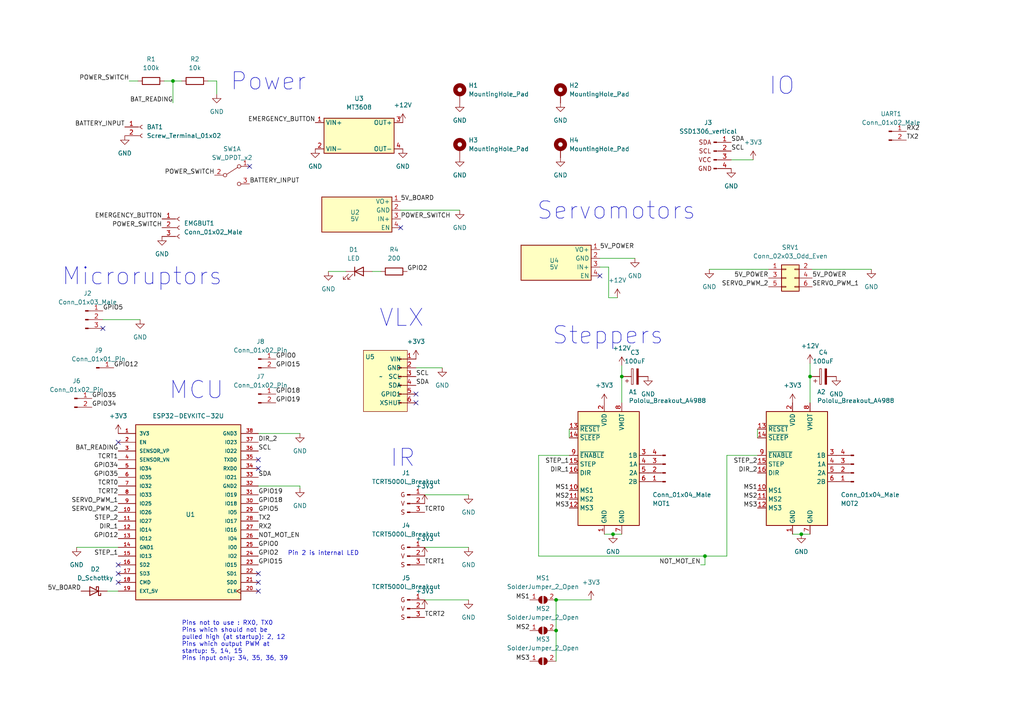
<source format=kicad_sch>
(kicad_sch (version 20230121) (generator eeschema)
  (paper "A4")
  (title_block (comment 1 "First version of stepper PAMI board (2023-10)"))
  (lib_symbols
    (symbol "Connector:Conn_01x01_Pin" (pin_names (offset 1.016) hide)
      (property "Reference" "J" (at 0 2.54 0))
      (property "Value" "Conn_01x01_Pin" (at 0 -2.54 0))
      (symbol "Conn_01x01_Pin_1_1"
        (polyline (pts (xy 1.27 0) (xy 0.8636 0)) (stroke (width 0.1524)))
        (rectangle (start 0.8636 0.127) (end 0 -0.127) (stroke (width 0.1524)) (fill (type outline)))
        (pin passive line (at 5.08 0 180) (length 3.81) (name "Pin_1") (number "1"))
      )
    )
    (symbol "Connector:Conn_01x02_Female" (pin_names (offset 1.016) hide)
      (property "Reference" "J" (at 0 2.54 0))
      (property "Value" "Conn_01x02_Female" (at 0 -5.08 0))
      (symbol "Conn_01x02_Female_1_1"
        (arc (start 0 -2.032) (mid -0.5058 -2.54) (end 0 -3.048) (stroke (width 0.1524)))
        (polyline (pts (xy -1.27 -2.54) (xy -0.508 -2.54)) (stroke (width 0.1524)))
        (polyline (pts (xy -1.27 0) (xy -0.508 0)) (stroke (width 0.1524)))
        (arc (start 0 0.508) (mid -0.5058 0) (end 0 -0.508) (stroke (width 0.1524)))
        (pin passive line (at -5.08 0 0) (length 3.81) (name "Pin_1") (number "1"))
        (pin passive line (at -5.08 -2.54 0) (length 3.81) (name "Pin_2") (number "2"))
      )
    )
    (symbol "Connector:Conn_01x02_Male" (pin_names (offset 1.016) hide)
      (property "Reference" "J" (at 0 2.54 0))
      (property "Value" "Conn_01x02_Male" (at 0 -5.08 0))
      (symbol "Conn_01x02_Male_1_1"
        (polyline (pts (xy 1.27 -2.54) (xy 0.8636 -2.54)) (stroke (width 0.1524)))
        (polyline (pts (xy 1.27 0) (xy 0.8636 0)) (stroke (width 0.1524)))
        (rectangle (start 0.8636 -2.413) (end 0 -2.667) (stroke (width 0.1524)) (fill (type outline)))
        (rectangle (start 0.8636 0.127) (end 0 -0.127) (stroke (width 0.1524)) (fill (type outline)))
        (pin passive line (at 5.08 0 180) (length 3.81) (name "Pin_1") (number "1"))
        (pin passive line (at 5.08 -2.54 180) (length 3.81) (name "Pin_2") (number "2"))
      )
    )
    (symbol "Connector:Conn_01x02_Pin" (pin_names (offset 1.016) hide)
      (property "Reference" "J" (at 0 2.54 0))
      (property "Value" "Conn_01x02_Pin" (at 0 -5.08 0))
      (symbol "Conn_01x02_Pin_1_1"
        (polyline (pts (xy 1.27 -2.54) (xy 0.8636 -2.54)) (stroke (width 0.1524)))
        (polyline (pts (xy 1.27 0) (xy 0.8636 0)) (stroke (width 0.1524)))
        (rectangle (start 0.8636 -2.413) (end 0 -2.667) (stroke (width 0.1524)) (fill (type outline)))
        (rectangle (start 0.8636 0.127) (end 0 -0.127) (stroke (width 0.1524)) (fill (type outline)))
        (pin passive line (at 5.08 0 180) (length 3.81) (name "Pin_1") (number "1"))
        (pin passive line (at 5.08 -2.54 180) (length 3.81) (name "Pin_2") (number "2"))
      )
    )
    (symbol "Connector:Conn_01x03_Female" (pin_names (offset 1.016) hide)
      (property "Reference" "J" (at 0 5.08 0))
      (property "Value" "Conn_01x03_Female" (at 0 -5.08 0))
      (symbol "Conn_01x03_Female_1_1"
        (arc (start 0 -2.032) (mid -0.5058 -2.54) (end 0 -3.048) (stroke (width 0.1524)))
        (polyline (pts (xy -1.27 -2.54) (xy -0.508 -2.54)) (stroke (width 0.1524)))
        (polyline (pts (xy -1.27 0) (xy -0.508 0)) (stroke (width 0.1524)))
        (polyline (pts (xy -1.27 2.54) (xy -0.508 2.54)) (stroke (width 0.1524)))
        (arc (start 0 0.508) (mid -0.5058 0) (end 0 -0.508) (stroke (width 0.1524)))
        (arc (start 0 3.048) (mid -0.5058 2.54) (end 0 2.032) (stroke (width 0.1524)))
        (pin passive line (at -5.08 2.54 0) (length 3.81) (name "Pin_1") (number "1"))
        (pin passive line (at -5.08 0 0) (length 3.81) (name "Pin_2") (number "2"))
        (pin passive line (at -5.08 -2.54 0) (length 3.81) (name "Pin_3") (number "3"))
      )
    )
    (symbol "Connector:Conn_01x03_Male" (pin_names (offset 1.016) hide)
      (property "Reference" "J" (at 0 5.08 0))
      (property "Value" "Conn_01x03_Male" (at 0 -5.08 0))
      (symbol "Conn_01x03_Male_1_1"
        (polyline (pts (xy 1.27 -2.54) (xy 0.8636 -2.54)) (stroke (width 0.1524)))
        (polyline (pts (xy 1.27 0) (xy 0.8636 0)) (stroke (width 0.1524)))
        (polyline (pts (xy 1.27 2.54) (xy 0.8636 2.54)) (stroke (width 0.1524)))
        (rectangle (start 0.8636 -2.413) (end 0 -2.667) (stroke (width 0.1524)) (fill (type outline)))
        (rectangle (start 0.8636 0.127) (end 0 -0.127) (stroke (width 0.1524)) (fill (type outline)))
        (rectangle (start 0.8636 2.667) (end 0 2.413) (stroke (width 0.1524)) (fill (type outline)))
        (pin passive line (at 5.08 2.54 180) (length 3.81) (name "Pin_1") (number "1"))
        (pin passive line (at 5.08 0 180) (length 3.81) (name "Pin_2") (number "2"))
        (pin passive line (at 5.08 -2.54 180) (length 3.81) (name "Pin_3") (number "3"))
      )
    )
    (symbol "Connector:Conn_01x04_Male" (pin_names (offset 1.016) hide)
      (property "Reference" "J" (at 0 5.08 0))
      (property "Value" "Conn_01x04_Male" (at 0 -7.62 0))
      (symbol "Conn_01x04_Male_1_1"
        (polyline (pts (xy 1.27 -5.08) (xy 0.8636 -5.08)) (stroke (width 0.1524)))
        (polyline (pts (xy 1.27 -2.54) (xy 0.8636 -2.54)) (stroke (width 0.1524)))
        (polyline (pts (xy 1.27 0) (xy 0.8636 0)) (stroke (width 0.1524)))
        (polyline (pts (xy 1.27 2.54) (xy 0.8636 2.54)) (stroke (width 0.1524)))
        (rectangle (start 0.8636 -4.953) (end 0 -5.207) (stroke (width 0.1524)) (fill (type outline)))
        (rectangle (start 0.8636 -2.413) (end 0 -2.667) (stroke (width 0.1524)) (fill (type outline)))
        (rectangle (start 0.8636 0.127) (end 0 -0.127) (stroke (width 0.1524)) (fill (type outline)))
        (rectangle (start 0.8636 2.667) (end 0 2.413) (stroke (width 0.1524)) (fill (type outline)))
        (pin passive line (at 5.08 2.54 180) (length 3.81) (name "Pin_1") (number "1"))
        (pin passive line (at 5.08 0 180) (length 3.81) (name "Pin_2") (number "2"))
        (pin passive line (at 5.08 -2.54 180) (length 3.81) (name "Pin_3") (number "3"))
        (pin passive line (at 5.08 -5.08 180) (length 3.81) (name "Pin_4") (number "4"))
      )
    )
    (symbol "Connector_Generic:Conn_02x03_Odd_Even" (pin_names (offset 1.016) hide)
      (property "Reference" "J" (at 1.27 5.08 0))
      (property "Value" "Conn_02x03_Odd_Even" (at 1.27 -5.08 0))
      (symbol "Conn_02x03_Odd_Even_1_1"
        (rectangle (start -1.27 -2.413) (end 0 -2.667) (stroke (width 0.1524)))
        (rectangle (start -1.27 0.127) (end 0 -0.127) (stroke (width 0.1524)))
        (rectangle (start -1.27 2.667) (end 0 2.413) (stroke (width 0.1524)))
        (rectangle (start -1.27 3.81) (end 3.81 -3.81) (stroke (width 0.254)) (fill (type background)))
        (rectangle (start 3.81 -2.413) (end 2.54 -2.667) (stroke (width 0.1524)))
        (rectangle (start 3.81 0.127) (end 2.54 -0.127) (stroke (width 0.1524)))
        (rectangle (start 3.81 2.667) (end 2.54 2.413) (stroke (width 0.1524)))
        (pin passive line (at -5.08 2.54 0) (length 3.81) (name "Pin_1") (number "1"))
        (pin passive line (at 7.62 2.54 180) (length 3.81) (name "Pin_2") (number "2"))
        (pin passive line (at -5.08 0 0) (length 3.81) (name "Pin_3") (number "3"))
        (pin passive line (at 7.62 0 180) (length 3.81) (name "Pin_4") (number "4"))
        (pin passive line (at -5.08 -2.54 0) (length 3.81) (name "Pin_5") (number "5"))
        (pin passive line (at 7.62 -2.54 180) (length 3.81) (name "Pin_6") (number "6"))
      )
    )
    (symbol "Device:C_Polarized" (pin_numbers hide) (pin_names (offset 0.254))
      (property "Reference" "C" (at 0.635 2.54 0))
      (property "Value" "C_Polarized" (at 0.635 -2.54 0))
      (symbol "C_Polarized_0_1"
        (rectangle (start -2.286 0.508) (end 2.286 1.016))
        (polyline (pts (xy -1.778 2.286) (xy -0.762 2.286)))
        (polyline (pts (xy -1.27 2.794) (xy -1.27 1.778)))
        (rectangle (start 2.286 -0.508) (end -2.286 -1.016) (fill (type outline)))
      )
      (symbol "C_Polarized_1_1"
        (pin passive line (at 0 3.81 270) (length 2.794) (name "~") (number "1"))
        (pin passive line (at 0 -3.81 90) (length 2.794) (name "~") (number "2"))
      )
    )
    (symbol "Device:D_Schottky" (pin_numbers hide) (pin_names (offset 1.016) hide)
      (property "Reference" "D" (at 0 2.54 0))
      (property "Value" "D_Schottky" (at 0 -2.54 0))
      (symbol "D_Schottky_0_1"
        (polyline (pts (xy 1.27 0) (xy -1.27 0)))
        (polyline (pts (xy 1.27 1.27) (xy 1.27 -1.27) (xy -1.27 0) (xy 1.27 1.27)) (stroke (width 0.254)))
        (polyline (pts (xy -1.905 0.635) (xy -1.905 1.27) (xy -1.27 1.27) (xy -1.27 -1.27) (xy -0.635 -1.27) (xy -0.635 -0.635)) (stroke (width 0.254)))
      )
      (symbol "D_Schottky_1_1"
        (pin passive line (at -3.81 0 0) (length 2.54) (name "K") (number "1"))
        (pin passive line (at 3.81 0 180) (length 2.54) (name "A") (number "2"))
      )
    )
    (symbol "Device:LED" (pin_numbers hide) (pin_names (offset 1.016) hide)
      (property "Reference" "D" (at 0 2.54 0))
      (property "Value" "LED" (at 0 -2.54 0))
      (symbol "LED_0_1"
        (polyline (pts (xy -1.27 -1.27) (xy -1.27 1.27)) (stroke (width 0.254)))
        (polyline (pts (xy -1.27 0) (xy 1.27 0)))
        (polyline (pts (xy 1.27 -1.27) (xy 1.27 1.27) (xy -1.27 0) (xy 1.27 -1.27)) (stroke (width 0.254)))
        (polyline (pts (xy -3.048 -0.762) (xy -4.572 -2.286) (xy -3.81 -2.286) (xy -4.572 -2.286) (xy -4.572 -1.524)))
        (polyline (pts (xy -1.778 -0.762) (xy -3.302 -2.286) (xy -2.54 -2.286) (xy -3.302 -2.286) (xy -3.302 -1.524)))
      )
      (symbol "LED_1_1"
        (pin passive line (at -3.81 0 0) (length 2.54) (name "K") (number "1"))
        (pin passive line (at 3.81 0 180) (length 2.54) (name "A") (number "2"))
      )
    )
    (symbol "Device:R" (pin_numbers hide) (pin_names (offset 0))
      (property "Reference" "R" (at 2.032 0 90))
      (property "Value" "R" (at 0 0 90))
      (symbol "R_0_1"
        (rectangle (start -1.016 -2.54) (end 1.016 2.54) (stroke (width 0.254)))
      )
      (symbol "R_1_1"
        (pin passive line (at 0 3.81 270) (length 1.27) (name "~") (number "1"))
        (pin passive line (at 0 -3.81 90) (length 1.27) (name "~") (number "2"))
      )
    )
    (symbol "Driver_Motor:Pololu_Breakout_A4988"
      (property "Reference" "A" (at -2.54 19.05 0))
      (property "Value" "Pololu_Breakout_A4988" (at -2.54 16.51 0))
      (symbol "Pololu_Breakout_A4988_0_1"
        (rectangle (start 10.16 -17.78) (end -7.62 15.24) (stroke (width 0.254)) (fill (type background)))
      )
      (symbol "Pololu_Breakout_A4988_1_1"
        (pin power_in line (at 0 -20.32 90) (length 2.54) (name "GND") (number "1"))
        (pin input line (at -10.16 -7.62 0) (length 2.54) (name "MS1") (number "10"))
        (pin input line (at -10.16 -10.16 0) (length 2.54) (name "MS2") (number "11"))
        (pin input line (at -10.16 -12.7 0) (length 2.54) (name "MS3") (number "12"))
        (pin input line (at -10.16 10.16 0) (length 2.54) (name "~{RESET}") (number "13"))
        (pin input line (at -10.16 7.62 0) (length 2.54) (name "~{SLEEP}") (number "14"))
        (pin input line (at -10.16 0 0) (length 2.54) (name "STEP") (number "15"))
        (pin input line (at -10.16 -2.54 0) (length 2.54) (name "DIR") (number "16"))
        (pin power_in line (at 0 17.78 270) (length 2.54) (name "VDD") (number "2"))
        (pin output line (at 12.7 2.54 180) (length 2.54) (name "1B") (number "3"))
        (pin output line (at 12.7 0 180) (length 2.54) (name "1A") (number "4"))
        (pin output line (at 12.7 -2.54 180) (length 2.54) (name "2A") (number "5"))
        (pin output line (at 12.7 -5.08 180) (length 2.54) (name "2B") (number "6"))
        (pin power_in line (at 5.08 -20.32 90) (length 2.54) (name "GND") (number "7"))
        (pin power_in line (at 5.08 17.78 270) (length 2.54) (name "VMOT") (number "8"))
        (pin input line (at -10.16 2.54 0) (length 2.54) (name "~{ENABLE}") (number "9"))
      )
    )
    (symbol "ESP32-DEVKITC-32U:ESP32-DEVKITC-32U" (pin_names (offset 1.016))
      (property "Reference" "U" (at -15.2572 26.0643 0))
      (property "Value" "ESP32-DEVKITC-32U" (at -15.2563 -27.9698 0))
      (symbol "ESP32-DEVKITC-32U_0_0"
        (rectangle (start -15.24 -25.4) (end 15.24 25.4) (stroke (width 0.254)) (fill (type background)))
        (pin power_in line (at -20.32 22.86 0) (length 5.08) (name "3V3") (number "1"))
        (pin bidirectional line (at -20.32 0 0) (length 5.08) (name "IO26") (number "10"))
        (pin bidirectional line (at -20.32 -2.54 0) (length 5.08) (name "IO27") (number "11"))
        (pin bidirectional line (at -20.32 -5.08 0) (length 5.08) (name "IO14") (number "12"))
        (pin bidirectional line (at -20.32 -7.62 0) (length 5.08) (name "IO12") (number "13"))
        (pin power_in line (at -20.32 -10.16 0) (length 5.08) (name "GND1") (number "14"))
        (pin bidirectional line (at -20.32 -12.7 0) (length 5.08) (name "IO13") (number "15"))
        (pin bidirectional line (at -20.32 -15.24 0) (length 5.08) (name "SD2") (number "16"))
        (pin bidirectional line (at -20.32 -17.78 0) (length 5.08) (name "SD3") (number "17"))
        (pin bidirectional line (at -20.32 -20.32 0) (length 5.08) (name "CMD") (number "18"))
        (pin power_in line (at -20.32 -22.86 0) (length 5.08) (name "EXT_5V") (number "19"))
        (pin input line (at -20.32 20.32 0) (length 5.08) (name "EN") (number "2"))
        (pin input clock (at 20.32 -22.86 180) (length 5.08) (name "CLK") (number "20"))
        (pin bidirectional line (at 20.32 -20.32 180) (length 5.08) (name "SD0") (number "21"))
        (pin bidirectional line (at 20.32 -17.78 180) (length 5.08) (name "SD1") (number "22"))
        (pin bidirectional line (at 20.32 -15.24 180) (length 5.08) (name "IO15") (number "23"))
        (pin bidirectional line (at 20.32 -12.7 180) (length 5.08) (name "IO2") (number "24"))
        (pin bidirectional line (at 20.32 -10.16 180) (length 5.08) (name "IO0") (number "25"))
        (pin bidirectional line (at 20.32 -7.62 180) (length 5.08) (name "IO4") (number "26"))
        (pin bidirectional line (at 20.32 -5.08 180) (length 5.08) (name "IO16") (number "27"))
        (pin bidirectional line (at 20.32 -2.54 180) (length 5.08) (name "IO17") (number "28"))
        (pin bidirectional line (at 20.32 0 180) (length 5.08) (name "IO5") (number "29"))
        (pin input line (at -20.32 17.78 0) (length 5.08) (name "SENSOR_VP") (number "3"))
        (pin bidirectional line (at 20.32 2.54 180) (length 5.08) (name "IO18") (number "30"))
        (pin bidirectional line (at 20.32 5.08 180) (length 5.08) (name "IO19") (number "31"))
        (pin power_in line (at 20.32 7.62 180) (length 5.08) (name "GND2") (number "32"))
        (pin bidirectional line (at 20.32 10.16 180) (length 5.08) (name "IO21") (number "33"))
        (pin input line (at 20.32 12.7 180) (length 5.08) (name "RXD0") (number "34"))
        (pin output line (at 20.32 15.24 180) (length 5.08) (name "TXD0") (number "35"))
        (pin bidirectional line (at 20.32 17.78 180) (length 5.08) (name "IO22") (number "36"))
        (pin bidirectional line (at 20.32 20.32 180) (length 5.08) (name "IO23") (number "37"))
        (pin power_in line (at 20.32 22.86 180) (length 5.08) (name "GND3") (number "38"))
        (pin input line (at -20.32 15.24 0) (length 5.08) (name "SENSOR_VN") (number "4"))
        (pin bidirectional line (at -20.32 12.7 0) (length 5.08) (name "IO34") (number "5"))
        (pin bidirectional line (at -20.32 10.16 0) (length 5.08) (name "IO35") (number "6"))
        (pin bidirectional line (at -20.32 7.62 0) (length 5.08) (name "IO32") (number "7"))
        (pin bidirectional line (at -20.32 5.08 0) (length 5.08) (name "IO33") (number "8"))
        (pin bidirectional line (at -20.32 2.54 0) (length 5.08) (name "IO25") (number "9"))
      )
    )
    (symbol "Jumper:SolderJumper_2_Open" (pin_names (offset 0) hide)
      (property "Reference" "JP" (at 0 2.032 0))
      (property "Value" "SolderJumper_2_Open" (at 0 -2.54 0))
      (symbol "SolderJumper_2_Open_0_1"
        (arc (start -0.254 1.016) (mid -1.2656 0) (end -0.254 -1.016))
        (arc (start -0.254 1.016) (mid -1.2656 0) (end -0.254 -1.016) (fill (type outline)))
        (polyline (pts (xy -0.254 1.016) (xy -0.254 -1.016)))
        (polyline (pts (xy 0.254 1.016) (xy 0.254 -1.016)))
        (arc (start 0.254 -1.016) (mid 1.2656 0) (end 0.254 1.016))
        (arc (start 0.254 -1.016) (mid 1.2656 0) (end 0.254 1.016) (fill (type outline)))
      )
      (symbol "SolderJumper_2_Open_1_1"
        (pin passive line (at -3.81 0 0) (length 2.54) (name "A") (number "1"))
        (pin passive line (at 3.81 0 180) (length 2.54) (name "B") (number "2"))
      )
    )
    (symbol "Mechanical:MountingHole_Pad" (pin_numbers hide) (pin_names (offset 1.016) hide)
      (property "Reference" "H" (at 0 6.35 0))
      (property "Value" "MountingHole_Pad" (at 0 4.445 0))
      (symbol "MountingHole_Pad_0_1"
        (circle (center 0 1.27) (radius 1.27) (stroke (width 1.27)))
      )
      (symbol "MountingHole_Pad_1_1"
        (pin input line (at 0 -2.54 90) (length 2.54) (name "1") (number "1"))
      )
    )
    (symbol "MiAM_ESP32:MT3608"
      (property "Reference" "U" (at 0 0 0))
      (property "Value" "MT3608" (at 0 0 0))
      (symbol "MT3608_0_1"
        (rectangle (start -10.16 5.08) (end 10.16 -5.08) (stroke (width 0.254)) (fill (type background)))
      )
      (symbol "MT3608_1_1"
        (pin power_in line (at -12.7 3.81 0) (length 2.54) (name "VIN+") (number "1"))
        (pin passive line (at -12.7 -3.81 0) (length 2.54) (name "VIN-") (number "2"))
        (pin power_out line (at 12.7 3.81 180) (length 2.54) (name "OUT+") (number "3"))
        (pin passive line (at 12.7 -3.81 180) (length 2.54) (name "OUT-") (number "4"))
      )
    )
    (symbol "MiAM_ESP32:SSD1306_vertical" (pin_names (offset 1.016) hide)
      (property "Reference" "J" (at 0 5.08 0))
      (property "Value" "SSD1306_vertical" (at 0 -7.62 0))
      (symbol "SSD1306_vertical_1_1"
        (polyline (pts (xy 1.27 -5.08) (xy 0.8636 -5.08)) (stroke (width 0.1524)))
        (polyline (pts (xy 1.27 -2.54) (xy 0.8636 -2.54)) (stroke (width 0.1524)))
        (polyline (pts (xy 1.27 0) (xy 0.8636 0)) (stroke (width 0.1524)))
        (polyline (pts (xy 1.27 2.54) (xy 0.8636 2.54)) (stroke (width 0.1524)))
        (rectangle (start 0.8636 -4.953) (end 0 -5.207) (stroke (width 0.1524)) (fill (type outline)))
        (rectangle (start 0.8636 -2.413) (end 0 -2.667) (stroke (width 0.1524)) (fill (type outline)))
        (rectangle (start 0.8636 0.127) (end 0 -0.127) (stroke (width 0.1524)) (fill (type outline)))
        (rectangle (start 0.8636 2.667) (end 0 2.413) (stroke (width 0.1524)) (fill (type outline)))
        (text "GND" (at -2.54 -5.08 0) (effects (font (size 1.27 1.27))))
        (text "SCL" (at -2.54 0 0) (effects (font (size 1.27 1.27))))
        (text "SDA" (at -2.54 2.54 0) (effects (font (size 1.27 1.27))))
        (text "VCC" (at -2.54 -2.54 0) (effects (font (size 1.27 1.27))))
        (pin passive line (at 5.08 2.54 180) (length 3.81) (name "SDA") (number "1"))
        (pin passive line (at 5.08 0 180) (length 3.81) (name "SCL") (number "2"))
        (pin passive line (at 5.08 -2.54 180) (length 3.81) (name "VCC") (number "3"))
        (pin passive line (at 5.08 -5.08 180) (length 3.81) (name "GND") (number "4"))
      )
    )
    (symbol "MiAM_ESP32:TCRT5000L_Breakout" (pin_names (offset 1.016) hide)
      (property "Reference" "J" (at 0 5.08 0))
      (property "Value" "TCRT5000L_Breakout" (at 0 -5.08 0))
      (symbol "TCRT5000L_Breakout_1_1"
        (polyline (pts (xy 1.27 -2.54) (xy 0.8636 -2.54)) (stroke (width 0.1524)))
        (polyline (pts (xy 1.27 0) (xy 0.8636 0)) (stroke (width 0.1524)))
        (polyline (pts (xy 1.27 2.54) (xy 0.8636 2.54)) (stroke (width 0.1524)))
        (rectangle (start 0.8636 -2.413) (end 0 -2.667) (stroke (width 0.1524)) (fill (type outline)))
        (rectangle (start 0.8636 0.127) (end 0 -0.127) (stroke (width 0.1524)) (fill (type outline)))
        (rectangle (start 0.8636 2.667) (end 0 2.413) (stroke (width 0.1524)) (fill (type outline)))
        (text "G" (at -1.27 2.54 0) (effects (font (size 1.27 1.27))))
        (text "S" (at -1.27 -2.54 0) (effects (font (size 1.27 1.27))))
        (text "V" (at -1.27 0 0) (effects (font (size 1.27 1.27))))
        (pin passive line (at 5.08 2.54 180) (length 3.81) (name "G") (number "1"))
        (pin passive line (at 5.08 0 180) (length 3.81) (name "V") (number "2"))
        (pin passive line (at 5.08 -2.54 180) (length 3.81) (name "S") (number "3"))
      )
    )
    (symbol "MiAM_ESP32:VL53L01XV2"
      (property "Reference" "U" (at 0 0 0))
      (symbol "VL53L01XV2_1_1"
        (rectangle (start -5.08 7.62) (end 7.62 -10.16) (fill (type background)))
        (polyline (pts (xy 6.35 -7.62) (xy 5.9436 -7.62)) (stroke (width 0.1524)))
        (polyline (pts (xy 6.35 -5.08) (xy 5.9436 -5.08)) (stroke (width 0.1524)))
        (polyline (pts (xy 6.35 -2.54) (xy 5.9436 -2.54)) (stroke (width 0.1524)))
        (polyline (pts (xy 6.35 0) (xy 5.9436 0)) (stroke (width 0.1524)))
        (polyline (pts (xy 6.35 2.54) (xy 5.9436 2.54)) (stroke (width 0.1524)))
        (polyline (pts (xy 6.35 5.08) (xy 5.9436 5.08)) (stroke (width 0.1524)))
        (rectangle (start 5.9436 -7.493) (end 5.08 -7.747) (stroke (width 0.1524)) (fill (type outline)))
        (rectangle (start 5.9436 -4.953) (end 5.08 -5.207) (stroke (width 0.1524)) (fill (type outline)))
        (rectangle (start 5.9436 -2.413) (end 5.08 -2.667) (stroke (width 0.1524)) (fill (type outline)))
        (rectangle (start 5.9436 0.127) (end 5.08 -0.127) (stroke (width 0.1524)) (fill (type outline)))
        (rectangle (start 5.9436 2.667) (end 5.08 2.413) (stroke (width 0.1524)) (fill (type outline)))
        (rectangle (start 5.9436 5.207) (end 5.08 4.953) (stroke (width 0.1524)) (fill (type outline)))
        (pin passive line (at 10.16 5.08 180) (length 3.81) (name "VIN") (number "1"))
        (pin passive line (at 10.16 2.54 180) (length 3.81) (name "GND") (number "2"))
        (pin passive line (at 10.16 0 180) (length 3.81) (name "SCL") (number "3"))
        (pin passive line (at 10.16 -2.54 180) (length 3.81) (name "SDA") (number "4"))
        (pin passive line (at 10.16 -5.08 180) (length 3.81) (name "GPIO1") (number "5"))
        (pin passive line (at 10.16 -7.62 180) (length 3.81) (name "XSHUT") (number "6"))
      )
    )
    (symbol "MiAM_ESP32:VoltageRegulator"
      (property "Reference" "U" (at -2.54 10.16 0))
      (property "Value" "VoltageRegulator" (at -2.54 7.62 0))
      (symbol "VoltageRegulator_0_1"
        (rectangle (start -10.16 5.08) (end 10.16 -5.08) (stroke (width 0.254)) (fill (type background)))
      )
      (symbol "VoltageRegulator_1_1"
        (pin power_out line (at 12.7 3.81 180) (length 2.54) (name "VO+") (number "1"))
        (pin passive line (at 12.7 1.27 180) (length 2.54) (name "GND") (number "2"))
        (pin power_in line (at 12.7 -1.27 180) (length 2.54) (name "IN+") (number "3"))
        (pin input line (at 12.7 -3.81 180) (length 2.54) (name "EN") (number "4"))
      )
    )
    (symbol "Switch:SW_DPDT_x2" (pin_names (offset 0) hide)
      (property "Reference" "SW" (at 0 4.318 0))
      (property "Value" "SW_DPDT_x2" (at 0 -5.08 0))
      (symbol "SW_DPDT_x2_0_0"
        (circle (center -2.032 0) (radius 0.508))
        (circle (center 2.032 -2.54) (radius 0.508))
      )
      (symbol "SW_DPDT_x2_0_1"
        (polyline (pts (xy -1.524 0.254) (xy 1.651 2.286)))
        (circle (center 2.032 2.54) (radius 0.508))
      )
      (symbol "SW_DPDT_x2_1_1"
        (pin passive line (at 5.08 2.54 180) (length 2.54) (name "A") (number "1"))
        (pin passive line (at -5.08 0 0) (length 2.54) (name "B") (number "2"))
        (pin passive line (at 5.08 -2.54 180) (length 2.54) (name "C") (number "3"))
      )
      (symbol "SW_DPDT_x2_2_1"
        (pin passive line (at 5.08 2.54 180) (length 2.54) (name "A") (number "4"))
        (pin passive line (at -5.08 0 0) (length 2.54) (name "B") (number "5"))
        (pin passive line (at 5.08 -2.54 180) (length 2.54) (name "C") (number "6"))
      )
    )
    (symbol "power:+12V" (power) (pin_names (offset 0))
      (property "Value" "+12V" (at 0 3.556 0))
      (symbol "+12V_0_1"
        (polyline (pts (xy -0.762 1.27) (xy 0 2.54)))
        (polyline (pts (xy 0 0) (xy 0 2.54)))
        (polyline (pts (xy 0 2.54) (xy 0.762 1.27)))
      )
      (symbol "+12V_1_1"
        (pin power_in line (at 0 0 90) (length 0) hide (name "+12V") (number "1"))
      )
    )
    (symbol "power:+3V3" (power) (pin_names (offset 0))
      (property "Value" "+3V3" (at 0 3.556 0))
      (symbol "+3V3_0_1"
        (polyline (pts (xy -0.762 1.27) (xy 0 2.54)))
        (polyline (pts (xy 0 0) (xy 0 2.54)))
        (polyline (pts (xy 0 2.54) (xy 0.762 1.27)))
      )
      (symbol "+3V3_1_1"
        (pin power_in line (at 0 0 90) (length 0) hide (name "+3V3") (number "1"))
      )
    )
    (symbol "power:GND" (power) (pin_names (offset 0))
      (property "Value" "GND" (at 0 -3.81 0))
      (symbol "GND_0_1"
        (polyline (pts (xy 0 0) (xy 0 -1.27) (xy 1.27 -1.27) (xy 0 -2.54) (xy -1.27 -1.27) (xy 0 -1.27)))
      )
      (symbol "GND_1_1"
        (pin power_in line (at 0 0 270) (length 0) hide (name "GND") (number "1"))
      )
    )
  )
  (junction (at 177.8 154.94))
  (junction (at 232.41 154.94))
  (junction (at 161.29 173.99))
  (junction (at 180.34 109.22))
  (junction (at 161.29 182.88))
  (junction (at 234.95 109.22))
  (junction (at 50.165 23.495))
  (junction (at 204.47 161.29))
  (no_connect (at 74.93 135.89))
  (no_connect (at 74.93 166.37))
  (no_connect (at 173.99 80.01))
  (no_connect (at 74.93 133.35))
  (no_connect (at 120.65 116.84))
  (no_connect (at 34.29 163.83))
  (no_connect (at 72.39 48.26))
  (no_connect (at 29.845 95.25))
  (no_connect (at 74.93 168.91))
  (no_connect (at 34.29 168.91))
  (no_connect (at 116.205 66.04))
  (no_connect (at 34.29 128.27))
  (no_connect (at 34.29 166.37))
  (no_connect (at 120.65 114.3))
  (no_connect (at 74.93 171.45))
  (wire (pts (xy 161.29 182.88) (xy 161.29 191.77)))
  (wire (pts (xy 156.21 132.08) (xy 156.21 161.29)))
  (wire (pts (xy 180.34 109.22) (xy 180.34 116.84)))
  (wire (pts (xy 123.19 158.75) (xy 135.89 158.75)))
  (wire (pts (xy 116.205 60.96) (xy 133.35 60.96)))
  (wire (pts (xy 175.26 154.94) (xy 177.8 154.94)))
  (wire (pts (xy 176.53 77.47) (xy 176.53 86.36)))
  (wire (pts (xy 165.1 127) (xy 165.1 124.46)))
  (wire (pts (xy 60.325 23.495) (xy 62.865 23.495)))
  (wire (pts (xy 107.95 78.74) (xy 110.49 78.74)))
  (wire (pts (xy 47.625 23.495) (xy 50.165 23.495)))
  (wire (pts (xy 161.29 173.99) (xy 171.45 173.99)))
  (wire (pts (xy 86.995 141.605) (xy 86.995 140.97)))
  (wire (pts (xy 177.8 154.94) (xy 180.34 154.94)))
  (wire (pts (xy 229.87 154.94) (xy 232.41 154.94)))
  (wire (pts (xy 123.19 143.51) (xy 135.89 143.51)))
  (wire (pts (xy 212.09 46.355) (xy 218.44 46.355)))
  (wire (pts (xy 161.29 173.99) (xy 161.29 182.88)))
  (wire (pts (xy 50.165 23.495) (xy 50.165 29.845)))
  (wire (pts (xy 120.65 106.68) (xy 128.27 106.68)))
  (wire (pts (xy 203.2 163.83) (xy 204.47 163.83)))
  (wire (pts (xy 95.25 78.74) (xy 100.33 78.74)))
  (wire (pts (xy 165.1 132.08) (xy 156.21 132.08)))
  (wire (pts (xy 86.995 140.97) (xy 74.93 140.97)))
  (wire (pts (xy 204.47 161.29) (xy 204.47 163.83)))
  (wire (pts (xy 180.34 106.045) (xy 180.34 109.22)))
  (wire (pts (xy 205.74 78.105) (xy 222.885 78.105)))
  (wire (pts (xy 219.71 127) (xy 219.71 124.46)))
  (wire (pts (xy 232.41 154.94) (xy 234.95 154.94)))
  (wire (pts (xy 74.93 125.73) (xy 86.995 125.73)))
  (wire (pts (xy 123.19 173.99) (xy 135.89 173.99)))
  (wire (pts (xy 52.705 23.495) (xy 50.165 23.495)))
  (wire (pts (xy 22.225 158.75) (xy 34.29 158.75)))
  (wire (pts (xy 31.115 171.45) (xy 34.29 171.45)))
  (wire (pts (xy 210.82 161.29) (xy 204.47 161.29)))
  (wire (pts (xy 234.95 109.22) (xy 234.95 116.84)))
  (wire (pts (xy 173.99 77.47) (xy 176.53 77.47)))
  (wire (pts (xy 37.465 23.495) (xy 40.005 23.495)))
  (wire (pts (xy 235.585 78.105) (xy 252.73 78.105)))
  (wire (pts (xy 62.865 23.495) (xy 62.865 27.305)))
  (wire (pts (xy 219.71 132.08) (xy 210.82 132.08)))
  (wire (pts (xy 234.95 105.41) (xy 234.95 109.22)))
  (wire (pts (xy 210.82 132.08) (xy 210.82 161.29)))
  (wire (pts (xy 176.53 86.36) (xy 179.07 86.36)))
  (wire (pts (xy 156.21 161.29) (xy 204.47 161.29)))
  (wire (pts (xy 29.845 92.71) (xy 40.64 92.71)))
  (wire (pts (xy 173.99 74.93) (xy 184.15 74.93)))
  (text "Pins not to use : RX0, TX0\nPins which should not be \npulled high (at startup): 2, 12\nPins which output PWM at\nstartup: 5, 14, 15\nPins input only: 34, 35, 36, 39" (at 52.705 191.77 0) (effects (font (size 1.27 1.27)) (justify left bottom)))
  (text "Power" (at 66.675 26.67 0) (effects (font (size 5 5)) (justify left bottom)))
  (text "MCU" (at 48.895 116.205 0) (effects (font (size 5 5)) (justify left bottom)))
  (text "IR" (at 113.03 135.89 0) (effects (font (size 5 5)) (justify left bottom)))
  (text "IO" (at 222.885 27.94 0) (effects (font (size 5 5)) (justify left bottom)))
  (text "Microruptors" (at 17.78 83.185 0) (effects (font (size 5 5)) (justify left bottom)))
  (text "Pin 2 is internal LED" (at 104.14 161.29 0) (effects (font (size 1.27 1.27)) (justify right bottom)))
  (text "VLX" (at 109.855 95.25 0) (effects (font (size 5 5)) (justify left bottom)))
  (text "Steppers" (at 160.02 100.33 0) (effects (font (size 5 5)) (justify left bottom)))
  (text "Servomotors" (at 155.575 64.135 0) (effects (font (size 5 5)) (justify left bottom)))
  (label "SERVO_PWM_1" (at 34.29 146.05 180))
  (label "BAT_READING" (at 34.29 130.81 180))
  (label "MS3" (at 153.67 191.77 180))
  (label "DIR_2" (at 219.71 137.16 180))
  (label "BATTERY_INPUT" (at 72.39 53.34 0))
  (label "GPIO0" (at 80.01 104.14 0))
  (label "GPIO35" (at 34.29 138.43 180))
  (label "5V_BOARD" (at 23.495 171.45 180))
  (label "RX2" (at 74.93 153.67 0))
  (label "SCL" (at 120.65 109.22 0))
  (label "TX2" (at 262.89 40.64 0))
  (label "5V_POWER" (at 235.585 80.645 0))
  (label "5V_POWER" (at 173.99 72.39 0))
  (label "GPIO0" (at 74.93 158.75 0))
  (label "STEP_1" (at 34.29 161.29 180))
  (label "GPIO35" (at 26.67 115.57 0))
  (label "GPIO18" (at 74.93 146.05 0))
  (label "TCRT1" (at 34.29 133.35 180))
  (label "MS2" (at 153.67 182.88 180))
  (label "EMERGENCY_BUTTON" (at 46.99 63.5 180))
  (label "GPIO5" (at 74.93 148.59 0))
  (label "MS3" (at 219.71 147.32 180))
  (label "DIR_2" (at 74.93 128.27 0))
  (label "MS1" (at 153.67 173.99 180))
  (label "BAT_READING" (at 50.165 29.845 180))
  (label "GPIO15" (at 74.93 163.83 0))
  (label "SDA" (at 212.09 41.275 0))
  (label "STEP_2" (at 34.29 151.13 180))
  (label "TCRT2" (at 34.29 143.51 180))
  (label "MS2" (at 165.1 144.78 180))
  (label "GPIO34" (at 34.29 135.89 180))
  (label "GPIO19" (at 74.93 143.51 0))
  (label "POWER_SWITCH" (at 62.23 50.8 180))
  (label "MS3" (at 165.1 147.32 180))
  (label "GPIO2" (at 118.11 78.74 0))
  (label "DIR_1" (at 34.29 153.67 180))
  (label "GPIO5" (at 29.845 90.17 0))
  (label "TCRT1" (at 123.19 163.83 0))
  (label "GPIO19" (at 80.01 116.84 0))
  (label "MS2" (at 219.71 144.78 180))
  (label "DIR_1" (at 165.1 137.16 180))
  (label "GPIO15" (at 80.01 106.68 0))
  (label "NOT_MOT_EN" (at 74.93 156.21 0))
  (label "MS1" (at 219.71 142.24 180))
  (label "GPIO12" (at 33.02 106.68 0))
  (label "NOT_MOT_EN" (at 203.2 163.83 180))
  (label "SERVO_PWM_2" (at 34.29 148.59 180))
  (label "SCL" (at 212.09 43.815 0))
  (label "SDA" (at 74.93 138.43 0))
  (label "MS1" (at 165.1 142.24 180))
  (label "GPIO2" (at 74.93 161.29 0))
  (label "STEP_2" (at 219.71 134.62 180))
  (label "GPIO34" (at 26.67 118.11 0))
  (label "TCRT0" (at 123.19 148.59 0))
  (label "SERVO_PWM_2" (at 222.885 83.185 180))
  (label "RX2" (at 262.89 38.1 0))
  (label "GPIO12" (at 34.29 156.21 180))
  (label "5V_BOARD" (at 116.205 58.42 0))
  (label "TCRT2" (at 123.19 179.07 0))
  (label "SDA" (at 120.65 111.76 0))
  (label "TX2" (at 74.93 151.13 0))
  (label "5V_POWER" (at 222.885 80.645 180))
  (label "SERVO_PWM_1" (at 235.585 83.185 0))
  (label "SCL" (at 74.93 130.81 0))
  (label "GPIO18" (at 80.01 114.3 0))
  (label "POWER_SWITCH" (at 116.205 63.5 0))
  (label "STEP_1" (at 165.1 134.62 180))
  (label "TCRT0" (at 34.29 140.97 180))
  (label "POWER_SWITCH" (at 37.465 23.495 180))
  (label "BATTERY_INPUT" (at 36.195 36.83 180))
  (label "POWER_SWITCH" (at 46.99 66.04 180))
  (label "EMERGENCY_BUTTON" (at 91.44 35.56 180))
  (symbol (lib_id "power:GND") (at 162.56 29.845 0) (unit 1)
    (property "Reference" "#PWR014" (effects hide))
    (property "Value" "GND" (at 162.56 34.925 0))
  )
  (symbol (lib_id "Device:C_Polarized") (at 184.15 109.22 90) (unit 1)
    (property "Reference" "C3" (at 184.15 102.235 90))
    (property "Value" "100uF" (at 184.15 104.775 90))
    (property "Footprint" "Capacitor_THT:CP_Radial_D6.3mm_P2.50mm" (effects hide))
  )
  (symbol (lib_id "Connector:Conn_01x02_Pin") (at 74.93 104.14 0) (unit 1)
    (property "Reference" "J8" (at 75.565 99.06 0))
    (property "Value" "Conn_01x02_Pin" (at 75.565 101.6 0))
    (property "Footprint" "Connector_PinHeader_2.54mm:PinHeader_1x02_P2.54mm_Vertical" (effects hide))
  )
  (symbol (lib_id "MiAM_ESP32:VL53L01XV2") (at 110.49 109.22 0) (unit 1)
    (property "Reference" "U5" (at 107.315 103.505 0))
    (property "Value" "~" (at 110.49 109.22 0))
    (property "Footprint" "Connector_PinHeader_2.54mm:PinHeader_1x06_P2.54mm_Vertical" (effects hide))
  )
  (symbol (lib_id "power:GND") (at 184.15 74.93 0) (unit 1)
    (property "Reference" "#PWR036" (effects hide))
    (property "Value" "GND" (at 184.15 80.01 0))
  )
  (symbol (lib_id "MiAM_ESP32:SSD1306_vertical") (at 207.01 43.815 0) (unit 1)
    (property "Reference" "J3" (at 205.3899 35.56 0))
    (property "Value" "SSD1306_vertical" (at 205.3899 38.1 0))
    (property "Footprint" "MiAM_ESP32_Footprints:SSD1306_vertical" (effects hide))
  )
  (symbol (lib_id "Mechanical:MountingHole_Pad") (at 162.56 27.305 0) (unit 1)
    (property "Reference" "H2" (at 165.1 24.765 0) (effects (justify left)))
    (property "Value" "MountingHole_Pad" (at 165.1 27.305 0) (effects (justify left)))
    (property "Footprint" "MountingHole:MountingHole_3.2mm_M3_DIN965_Pad" (effects hide))
  )
  (symbol (lib_id "MiAM_ESP32:MT3608") (at 104.14 39.37 0) (unit 1)
    (property "Reference" "U3" (at 104.14 28.575 0))
    (property "Value" "MT3608" (at 104.14 31.115 0))
    (property "Footprint" "MiAM_ESP32_Footprints:MT3608" (effects hide))
  )
  (symbol (lib_id "power:GND") (at 135.89 173.99 0) (unit 1)
    (property "Reference" "#PWR034" (effects hide))
    (property "Value" "GND" (at 135.89 179.07 0))
  )
  (symbol (lib_id "Connector:Conn_01x04_Male") (at 247.65 137.16 180) (unit 1)
    (property "Reference" "MOT2" (at 243.84 146.05 0) (effects (justify right)))
    (property "Value" "Conn_01x04_Male" (at 243.84 143.51 0) (effects (justify right)))
    (property "Footprint" "Connector_JST:JST_SH_BM04B-SRSS-TB_1x04-1MP_P1.00mm_Vertical" (effects hide))
  )
  (symbol (lib_id "Connector:Conn_01x02_Female") (at 41.275 36.83 0) (unit 1)
    (property "Reference" "BAT1" (at 42.545 36.83 0) (effects (justify left)))
    (property "Value" "Screw_Terminal_01x02" (at 42.545 39.37 0) (effects (justify left)))
    (property "Footprint" "Connector_JST:JST_PH_B2B-PH-K_1x02_P2.00mm_Vertical" (effects hide))
  )
  (symbol (lib_id "power:GND") (at 133.35 29.845 0) (unit 1)
    (property "Reference" "#PWR012" (effects hide))
    (property "Value" "GND" (at 133.35 34.925 0))
  )
  (symbol (lib_id "power:GND") (at 95.25 78.74 0) (unit 1)
    (property "Reference" "#PWR035" (effects hide))
    (property "Value" "GND" (at 95.25 83.82 0))
  )
  (symbol (lib_id "Device:D_Schottky") (at 27.305 171.45 180) (unit 1)
    (property "Reference" "D2" (at 27.6225 165.1 0))
    (property "Value" "D_Schottky" (at 27.6225 167.64 0))
    (property "Footprint" "Diode_SMD:D_SOD-323_HandSoldering" (effects hide))
  )
  (symbol (lib_id "MiAM_ESP32:TCRT5000L_Breakout") (at 118.11 176.53 0) (unit 1)
    (property "Reference" "J5" (at 117.775 167.64 0))
    (property "Value" "TCRT5000L_Breakout" (at 117.775 170.18 0))
    (property "Footprint" "MiAM_ESP32_Footprints:TCRT5000L_Breakout" (effects hide))
  )
  (symbol (lib_id "power:GND") (at 22.225 158.75 0) (unit 1)
    (property "Reference" "#PWR01" (effects hide))
    (property "Value" "GND" (at 22.225 163.83 0))
  )
  (symbol (lib_id "power:GND") (at 91.44 43.18 0) (unit 1)
    (property "Reference" "#PWR0117" (effects hide))
    (property "Value" "GND" (at 91.44 48.26 0))
  )
  (symbol (lib_id "power:+3V3") (at 175.26 116.84 0) (unit 1)
    (property "Reference" "#PWR016" (effects hide))
    (property "Value" "+3V3" (at 175.26 111.76 0))
  )
  (symbol (lib_id "MiAM_ESP32:VoltageRegulator") (at 103.505 62.23 0) (unit 1)
    (property "Reference" "U2" (at 101.6 61.595 0) (effects (justify left)))
    (property "Value" "5V" (at 101.6 63.5 0) (effects (justify left)))
    (property "Footprint" "MiAM_ESP32_Footprints:VoltageRegulator" (effects hide))
  )
  (symbol (lib_id "Device:LED") (at 104.14 78.74 0) (unit 1)
    (property "Reference" "D1" (at 102.5525 72.39 0))
    (property "Value" "LED" (at 102.5525 74.93 0))
    (property "Footprint" "LED_THT:LED_D3.0mm" (effects hide))
  )
  (symbol (lib_id "power:GND") (at 135.89 143.51 0) (unit 1)
    (property "Reference" "#PWR027" (effects hide))
    (property "Value" "GND" (at 135.89 148.59 0))
  )
  (symbol (lib_id "Device:R") (at 56.515 23.495 90) (unit 1)
    (property "Reference" "R2" (at 56.515 17.145 90))
    (property "Value" "10k" (at 56.515 19.685 90))
    (property "Footprint" "Resistor_SMD:R_0805_2012Metric_Pad1.20x1.40mm_HandSolder" (effects hide))
  )
  (symbol (lib_id "Connector:Conn_01x02_Pin") (at 74.93 114.3 0) (unit 1)
    (property "Reference" "J7" (at 75.565 109.22 0))
    (property "Value" "Conn_01x02_Pin" (at 75.565 111.76 0))
    (property "Footprint" "Connector_PinHeader_2.54mm:PinHeader_1x02_P2.54mm_Vertical" (effects hide))
  )
  (symbol (lib_id "power:+12V") (at 116.84 35.56 0) (unit 1)
    (property "Reference" "#PWR037" (effects hide))
    (property "Value" "+12V" (at 116.84 30.48 0))
  )
  (symbol (lib_id "Connector:Conn_01x03_Female") (at 52.07 66.04 0) (unit 1)
    (property "Reference" "EMGBUT1" (at 53.34 64.77 0) (effects (justify left)))
    (property "Value" "Conn_01x02_Male" (at 53.34 67.31 0) (effects (justify left)))
    (property "Footprint" "Connector_JST:JST_PH_B3B-PH-K_1x03_P2.00mm_Vertical" (effects hide))
  )
  (symbol (lib_id "Connector:Conn_01x01_Pin") (at 27.94 106.68 0) (unit 1)
    (property "Reference" "J9" (at 28.575 101.6 0))
    (property "Value" "Conn_01x01_Pin" (at 28.575 104.14 0))
    (property "Footprint" "Connector_PinHeader_2.54mm:PinHeader_1x01_P2.54mm_Vertical" (effects hide))
  )
  (symbol (lib_id "power:GND") (at 86.995 141.605 0) (unit 1)
    (property "Reference" "#PWR018" (effects hide))
    (property "Value" "GND" (at 86.995 146.685 0))
  )
  (symbol (lib_id "power:+3V3") (at 123.19 146.05 0) (unit 1)
    (property "Reference" "#PWR028" (effects hide))
    (property "Value" "+3V3" (at 123.19 140.97 0))
  )
  (symbol (lib_id "power:+3V3") (at 34.29 125.73 0) (unit 1)
    (property "Reference" "#PWR015" (effects hide))
    (property "Value" "+3V3" (at 34.29 120.65 0))
  )
  (symbol (lib_id "power:GND") (at 205.74 78.105 0) (unit 1)
    (property "Reference" "#PWR010" (effects hide))
    (property "Value" "GND" (at 205.74 83.185 0))
  )
  (symbol (lib_id "MiAM_ESP32:VoltageRegulator") (at 161.29 76.2 0) (unit 1)
    (property "Reference" "U4" (at 159.385 75.565 0) (effects (justify left)))
    (property "Value" "5V" (at 159.385 77.47 0) (effects (justify left)))
    (property "Footprint" "MiAM_ESP32_Footprints:VoltageRegulator" (effects hide))
  )
  (symbol (lib_id "Jumper:SolderJumper_2_Open") (at 157.48 182.88 0) (unit 1)
    (property "Reference" "MS2" (at 157.48 176.53 0))
    (property "Value" "SolderJumper_2_Open" (at 157.48 179.07 0))
    (property "Footprint" "Jumper:SolderJumper-2_P1.3mm_Open_RoundedPad1.0x1.5mm" (effects hide))
  )
  (symbol (lib_id "power:GND") (at 242.57 109.22 0) (unit 1)
    (property "Reference" "#PWR032" (effects hide))
    (property "Value" "GND" (at 242.57 114.3 0))
  )
  (symbol (lib_id "power:GND") (at 135.89 158.75 0) (unit 1)
    (property "Reference" "#PWR030" (effects hide))
    (property "Value" "GND" (at 135.89 163.83 0))
  )
  (symbol (lib_id "power:GND") (at 86.995 125.73 0) (unit 1)
    (property "Reference" "#PWR017" (effects hide))
    (property "Value" "GND" (at 86.995 130.81 0))
  )
  (symbol (lib_id "power:GND") (at 177.8 154.94 0) (unit 1)
    (property "Reference" "#PWR021" (effects hide))
    (property "Value" "GND" (at 177.8 160.02 0))
  )
  (symbol (lib_id "power:+3V3") (at 123.19 161.29 0) (unit 1)
    (property "Reference" "#PWR029" (effects hide))
    (property "Value" "+3V3" (at 123.19 156.21 0))
  )
  (symbol (lib_id "power:GND") (at 252.73 78.105 0) (unit 1)
    (property "Reference" "#PWR011" (effects hide))
    (property "Value" "GND" (at 252.73 83.185 0))
  )
  (symbol (lib_id "power:GND") (at 62.865 27.305 0) (unit 1)
    (property "Reference" "#PWR0115" (effects hide))
    (property "Value" "GND" (at 62.865 32.385 0))
  )
  (symbol (lib_id "power:GND") (at 212.09 48.895 0) (unit 1)
    (property "Reference" "#PWR06" (effects hide))
    (property "Value" "GND" (at 212.09 53.975 0))
  )
  (symbol (lib_id "Driver_Motor:Pololu_Breakout_A4988") (at 175.26 134.62 0) (unit 1)
    (property "Reference" "A1" (at 182.3594 113.665 0) (effects (justify left)))
    (property "Value" "Pololu_Breakout_A4988" (at 182.3594 116.205 0) (effects (justify left)))
    (property "Footprint" "Module:Pololu_Breakout-16_15.2x20.3mm" (effects hide))
    (property "Datasheet" "https://www.pololu.com/product/2980/pictures" (effects hide))
  )
  (symbol (lib_id "Device:R") (at 43.815 23.495 90) (unit 1)
    (property "Reference" "R1" (at 43.815 17.145 90))
    (property "Value" "100k" (at 43.815 19.685 90))
    (property "Footprint" "Resistor_SMD:R_0805_2012Metric_Pad1.20x1.40mm_HandSolder" (effects hide))
  )
  (symbol (lib_id "Device:R") (at 114.3 78.74 90) (unit 1)
    (property "Reference" "R4" (at 114.3 72.39 90))
    (property "Value" "200" (at 114.3 74.93 90))
    (property "Footprint" "Resistor_SMD:R_0805_2012Metric" (effects hide))
  )
  (symbol (lib_id "power:GND") (at 187.96 109.22 0) (unit 1)
    (property "Reference" "#PWR08" (effects hide))
    (property "Value" "GND" (at 187.96 114.3 0))
  )
  (symbol (lib_id "Connector:Conn_01x02_Male") (at 257.81 38.1 0) (unit 1)
    (property "Reference" "UART1" (at 258.445 33.02 0))
    (property "Value" "Conn_01x02_Male" (at 258.445 35.56 0))
    (property "Footprint" "Connector_PinHeader_2.54mm:PinHeader_1x02_P2.54mm_Vertical" (effects hide))
  )
  (symbol (lib_id "power:GND") (at 162.56 45.72 0) (unit 1)
    (property "Reference" "#PWR020" (effects hide))
    (property "Value" "GND" (at 162.56 50.8 0))
  )
  (symbol (lib_id "power:+3V3") (at 120.65 104.14 0) (unit 1)
    (property "Reference" "#PWR026" (effects hide))
    (property "Value" "+3V3" (at 120.65 99.06 0))
  )
  (symbol (lib_id "Driver_Motor:Pololu_Breakout_A4988") (at 229.87 134.62 0) (unit 1)
    (property "Reference" "A2" (at 236.9694 113.665 0) (effects (justify left)))
    (property "Value" "Pololu_Breakout_A4988" (at 236.9694 116.205 0) (effects (justify left)))
    (property "Footprint" "Module:Pololu_Breakout-16_15.2x20.3mm" (effects hide))
    (property "Datasheet" "https://www.pololu.com/product/2980/pictures" (effects hide))
  )
  (symbol (lib_id "power:GND") (at 128.27 106.68 0) (unit 1)
    (property "Reference" "#PWR09" (effects hide))
    (property "Value" "GND" (at 128.27 111.76 0))
  )
  (symbol (lib_id "Connector:Conn_01x04_Male") (at 193.04 137.16 180) (unit 1)
    (property "Reference" "MOT1" (at 189.23 146.05 0) (effects (justify right)))
    (property "Value" "Conn_01x04_Male" (at 189.23 143.51 0) (effects (justify right)))
    (property "Footprint" "Connector_JST:JST_SH_BM04B-SRSS-TB_1x04-1MP_P1.00mm_Vertical" (effects hide))
  )
  (symbol (lib_id "power:GND") (at 232.41 154.94 0) (unit 1)
    (property "Reference" "#PWR031" (effects hide))
    (property "Value" "GND" (at 232.41 160.02 0))
  )
  (symbol (lib_id "power:+12V") (at 179.07 86.36 0) (unit 1)
    (property "Reference" "#PWR025" (effects hide))
    (property "Value" "+12V" (at 179.07 81.28 0))
  )
  (symbol (lib_id "power:+3V3") (at 229.87 116.84 0) (unit 1)
    (property "Reference" "#PWR022" (effects hide))
    (property "Value" "+3V3" (at 229.87 111.76 0))
  )
  (symbol (lib_id "Mechanical:MountingHole_Pad") (at 133.35 27.305 0) (unit 1)
    (property "Reference" "H1" (at 135.89 24.765 0) (effects (justify left)))
    (property "Value" "MountingHole_Pad" (at 135.89 27.305 0) (effects (justify left)))
    (property "Footprint" "MountingHole:MountingHole_3.2mm_M3_DIN965_Pad" (effects hide))
  )
  (symbol (lib_id "power:GND") (at 40.64 92.71 0) (unit 1)
    (property "Reference" "#PWR024" (effects hide))
    (property "Value" "GND" (at 40.64 97.79 0))
  )
  (symbol (lib_id "power:+12V") (at 180.34 106.045 0) (unit 1)
    (property "Reference" "#PWR038" (effects hide))
    (property "Value" "+12V" (at 180.34 100.965 0))
  )
  (symbol (lib_id "power:+12V") (at 234.95 105.41 0) (unit 1)
    (property "Reference" "#PWR039" (effects hide))
    (property "Value" "+12V" (at 234.95 100.33 0))
  )
  (symbol (lib_id "Mechanical:MountingHole_Pad") (at 162.56 43.18 0) (unit 1)
    (property "Reference" "H4" (at 165.1 40.64 0) (effects (justify left)))
    (property "Value" "MountingHole_Pad" (at 165.1 43.18 0) (effects (justify left)))
    (property "Footprint" "MountingHole:MountingHole_3.2mm_M3_DIN965_Pad" (effects hide))
  )
  (symbol (lib_id "power:+3V3") (at 171.45 173.99 0) (unit 1)
    (property "Reference" "#PWR033" (effects hide))
    (property "Value" "+3V3" (at 171.45 168.91 0))
  )
  (symbol (lib_id "power:GND") (at 36.195 39.37 0) (unit 1)
    (property "Reference" "#PWR02" (effects hide))
    (property "Value" "GND" (at 36.195 44.45 0))
  )
  (symbol (lib_id "Mechanical:MountingHole_Pad") (at 133.35 43.18 0) (unit 1)
    (property "Reference" "H3" (at 135.89 40.64 0) (effects (justify left)))
    (property "Value" "MountingHole_Pad" (at 135.89 43.18 0) (effects (justify left)))
    (property "Footprint" "MountingHole:MountingHole_3.2mm_M3_DIN965_Pad" (effects hide))
  )
  (symbol (lib_id "Device:C_Polarized") (at 238.76 109.22 90) (unit 1)
    (property "Reference" "C4" (at 238.76 102.235 90))
    (property "Value" "100uF" (at 238.76 104.775 90))
    (property "Footprint" "Capacitor_THT:CP_Radial_D6.3mm_P2.50mm" (effects hide))
  )
  (symbol (lib_id "Jumper:SolderJumper_2_Open") (at 157.48 173.99 0) (unit 1)
    (property "Reference" "MS1" (at 157.48 167.64 0))
    (property "Value" "SolderJumper_2_Open" (at 157.48 170.18 0))
    (property "Footprint" "Jumper:SolderJumper-2_P1.3mm_Open_RoundedPad1.0x1.5mm" (effects hide))
  )
  (symbol (lib_id "Connector:Conn_01x03_Male") (at 24.765 92.71 0) (unit 1)
    (property "Reference" "J2" (at 25.4 85.09 0))
    (property "Value" "Conn_01x03_Male" (at 25.4 87.63 0))
    (property "Footprint" "MiAM_ESP32_Footprints:Microruptor" (effects hide))
  )
  (symbol (lib_id "MiAM_ESP32:TCRT5000L_Breakout") (at 118.11 161.29 0) (unit 1)
    (property "Reference" "J4" (at 117.775 152.4 0))
    (property "Value" "TCRT5000L_Breakout" (at 117.775 154.94 0))
    (property "Footprint" "MiAM_ESP32_Footprints:TCRT5000L_Breakout" (effects hide))
  )
  (symbol (lib_id "power:GND") (at 133.35 45.72 0) (unit 1)
    (property "Reference" "#PWR019" (effects hide))
    (property "Value" "GND" (at 133.35 50.8 0))
  )
  (symbol (lib_id "power:GND") (at 116.84 43.18 0) (unit 1)
    (property "Reference" "#PWR0120" (effects hide))
    (property "Value" "GND" (at 116.84 48.26 0))
  )
  (symbol (lib_id "Connector:Conn_01x02_Pin") (at 21.59 115.57 0) (unit 1)
    (property "Reference" "J6" (at 22.225 110.49 0))
    (property "Value" "Conn_01x02_Pin" (at 22.225 113.03 0))
    (property "Footprint" "Connector_PinHeader_2.54mm:PinHeader_1x02_P2.54mm_Vertical" (effects hide))
  )
  (symbol (lib_id "power:+3V3") (at 123.19 176.53 0) (unit 1)
    (property "Reference" "#PWR013" (effects hide))
    (property "Value" "+3V3" (at 123.19 171.45 0))
  )
  (symbol (lib_id "power:GND") (at 133.35 60.96 0) (unit 1)
    (property "Reference" "#PWR0111" (effects hide))
    (property "Value" "GND" (at 133.35 66.04 0))
  )
  (symbol (lib_id "power:+3V3") (at 218.44 46.355 0) (unit 1)
    (property "Reference" "#PWR07" (effects hide))
    (property "Value" "+3V3" (at 218.44 41.275 0))
  )
  (symbol (lib_id "ESP32-DEVKITC-32U:ESP32-DEVKITC-32U") (at 54.61 148.59 0) (unit 1)
    (property "Reference" "U1" (at 55.245 149.225 0))
    (property "Value" "ESP32-DEVKITC-32U" (at 54.61 120.65 0))
    (property "Footprint" "MiAM_ESP32_Footprints:ESP32U-ShieldPattern" (effects hide))
  )
  (symbol (lib_id "Switch:SW_DPDT_x2") (at 67.31 50.8 0) (unit 1)
    (property "Reference" "SW1" (at 67.31 43.18 0))
    (property "Value" "SW_DPDT_x2" (at 67.31 45.72 0))
    (property "Footprint" "MiAM_ESP32_Footprints:SS-12D11" (effects hide))
  )
  (symbol (lib_id "MiAM_ESP32:TCRT5000L_Breakout") (at 118.11 146.05 0) (unit 1)
    (property "Reference" "J1" (at 117.775 137.16 0))
    (property "Value" "TCRT5000L_Breakout" (at 117.775 139.7 0))
    (property "Footprint" "MiAM_ESP32_Footprints:TCRT5000L_Breakout" (effects hide))
  )
  (symbol (lib_id "Jumper:SolderJumper_2_Open") (at 157.48 191.77 0) (unit 1)
    (property "Reference" "MS3" (at 157.48 185.42 0))
    (property "Value" "SolderJumper_2_Open" (at 157.48 187.96 0))
    (property "Footprint" "Jumper:SolderJumper-2_P1.3mm_Open_RoundedPad1.0x1.5mm" (effects hide))
  )
  (symbol (lib_id "power:GND") (at 46.99 68.58 0) (unit 1)
    (property "Reference" "#PWR023" (effects hide))
    (property "Value" "GND" (at 46.99 73.66 0))
  )
  (symbol (lib_id "Connector_Generic:Conn_02x03_Odd_Even") (at 227.965 80.645 0) (unit 1)
    (property "Reference" "SRV1" (at 229.235 71.755 0))
    (property "Value" "Conn_02x03_Odd_Even" (at 229.235 74.295 0))
    (property "Footprint" "Connector_PinHeader_2.54mm:PinHeader_2x03_P2.54mm_Vertical" (effects hide))
  )
)
</source>
